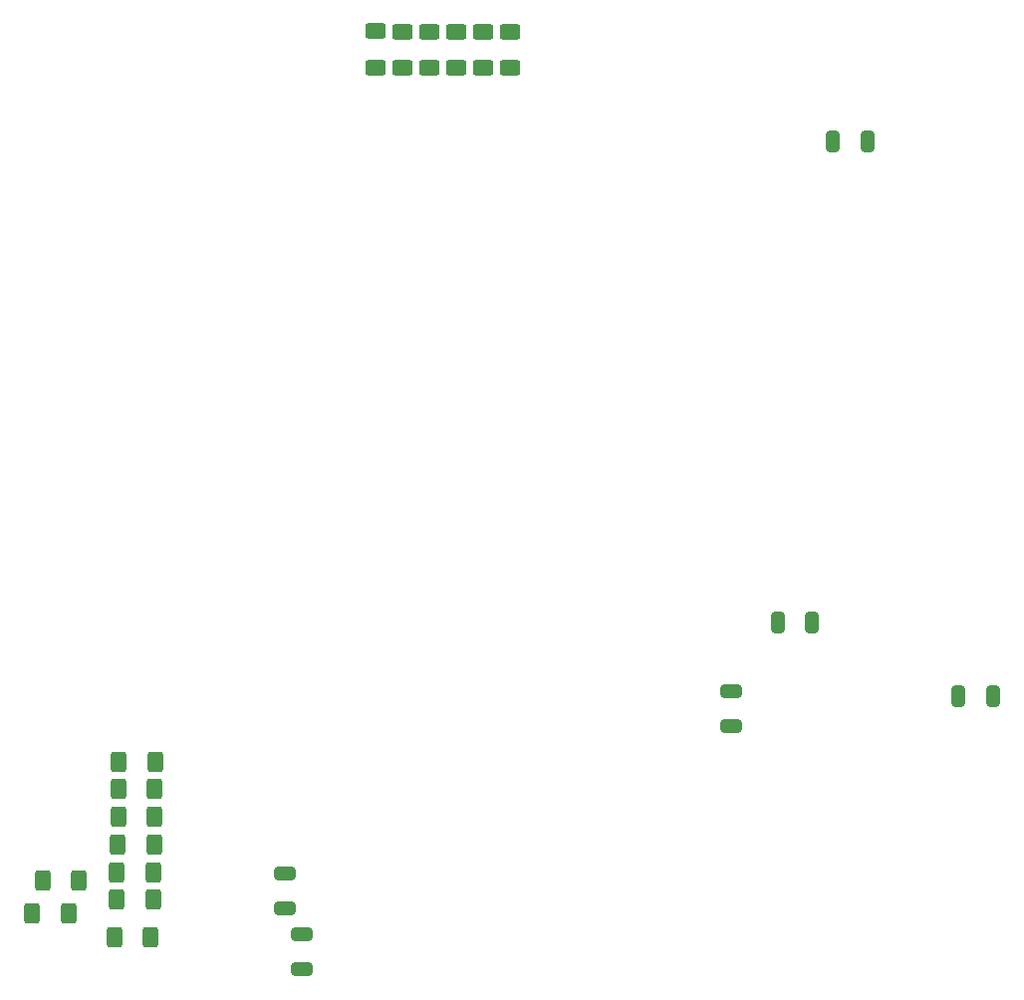
<source format=gbr>
%TF.GenerationSoftware,KiCad,Pcbnew,8.0.7-8.0.7-0~ubuntu22.04.1*%
%TF.CreationDate,2024-12-26T12:21:12+01:00*%
%TF.ProjectId,schematics_v10,73636865-6d61-4746-9963-735f7631302e,rev?*%
%TF.SameCoordinates,Original*%
%TF.FileFunction,Paste,Bot*%
%TF.FilePolarity,Positive*%
%FSLAX46Y46*%
G04 Gerber Fmt 4.6, Leading zero omitted, Abs format (unit mm)*
G04 Created by KiCad (PCBNEW 8.0.7-8.0.7-0~ubuntu22.04.1) date 2024-12-26 12:21:12*
%MOMM*%
%LPD*%
G01*
G04 APERTURE LIST*
G04 Aperture macros list*
%AMRoundRect*
0 Rectangle with rounded corners*
0 $1 Rounding radius*
0 $2 $3 $4 $5 $6 $7 $8 $9 X,Y pos of 4 corners*
0 Add a 4 corners polygon primitive as box body*
4,1,4,$2,$3,$4,$5,$6,$7,$8,$9,$2,$3,0*
0 Add four circle primitives for the rounded corners*
1,1,$1+$1,$2,$3*
1,1,$1+$1,$4,$5*
1,1,$1+$1,$6,$7*
1,1,$1+$1,$8,$9*
0 Add four rect primitives between the rounded corners*
20,1,$1+$1,$2,$3,$4,$5,0*
20,1,$1+$1,$4,$5,$6,$7,0*
20,1,$1+$1,$6,$7,$8,$9,0*
20,1,$1+$1,$8,$9,$2,$3,0*%
G04 Aperture macros list end*
%ADD10RoundRect,0.250000X-0.400000X-0.625000X0.400000X-0.625000X0.400000X0.625000X-0.400000X0.625000X0*%
%ADD11RoundRect,0.250000X-0.625000X0.400000X-0.625000X-0.400000X0.625000X-0.400000X0.625000X0.400000X0*%
%ADD12RoundRect,0.250000X-0.650000X0.325000X-0.650000X-0.325000X0.650000X-0.325000X0.650000X0.325000X0*%
%ADD13RoundRect,0.250000X0.400000X0.625000X-0.400000X0.625000X-0.400000X-0.625000X0.400000X-0.625000X0*%
%ADD14RoundRect,0.250000X-0.325000X-0.650000X0.325000X-0.650000X0.325000X0.650000X-0.325000X0.650000X0*%
%ADD15RoundRect,0.250000X0.325000X0.650000X-0.325000X0.650000X-0.325000X-0.650000X0.325000X-0.650000X0*%
G04 APERTURE END LIST*
D10*
%TO.C,R16*%
X73735000Y-128778000D03*
X76835000Y-128778000D03*
%TD*%
D11*
%TO.C,R14*%
X104772047Y-64397807D03*
X104772047Y-67497807D03*
%TD*%
D10*
%TO.C,R17*%
X73608000Y-138176000D03*
X76708000Y-138176000D03*
%TD*%
D11*
%TO.C,R12*%
X95631000Y-64337000D03*
X95631000Y-67437000D03*
%TD*%
%TO.C,R11*%
X100205096Y-64398624D03*
X100205096Y-67498624D03*
%TD*%
D12*
%TO.C,C10*%
X89357200Y-141169600D03*
X89357200Y-144119600D03*
%TD*%
%TO.C,C2*%
X87884000Y-135939000D03*
X87884000Y-138889000D03*
%TD*%
D13*
%TO.C,R13*%
X69495000Y-139319000D03*
X66395000Y-139319000D03*
%TD*%
D10*
%TO.C,R20*%
X73761000Y-126492000D03*
X76861000Y-126492000D03*
%TD*%
%TO.C,R22*%
X73709600Y-131165600D03*
X76809600Y-131165600D03*
%TD*%
%TO.C,R24*%
X73608000Y-135890000D03*
X76708000Y-135890000D03*
%TD*%
%TO.C,R21*%
X73684800Y-133502400D03*
X76784800Y-133502400D03*
%TD*%
D11*
%TO.C,R1*%
X107051536Y-64397807D03*
X107051536Y-67497807D03*
%TD*%
D14*
%TO.C,C7*%
X129765000Y-114604800D03*
X132715000Y-114604800D03*
%TD*%
D13*
%TO.C,R15*%
X76480000Y-141351000D03*
X73380000Y-141351000D03*
%TD*%
D15*
%TO.C,C8*%
X148083800Y-120904000D03*
X145133800Y-120904000D03*
%TD*%
D14*
%TO.C,C3*%
X134446000Y-73741995D03*
X137396000Y-73741995D03*
%TD*%
D13*
%TO.C,R8*%
X70384000Y-136525000D03*
X67284000Y-136525000D03*
%TD*%
D11*
%TO.C,R10*%
X102489000Y-64389000D03*
X102489000Y-67489000D03*
%TD*%
%TO.C,R9*%
X97917000Y-64389000D03*
X97917000Y-67489000D03*
%TD*%
D12*
%TO.C,C6*%
X125857000Y-120446800D03*
X125857000Y-123396800D03*
%TD*%
M02*

</source>
